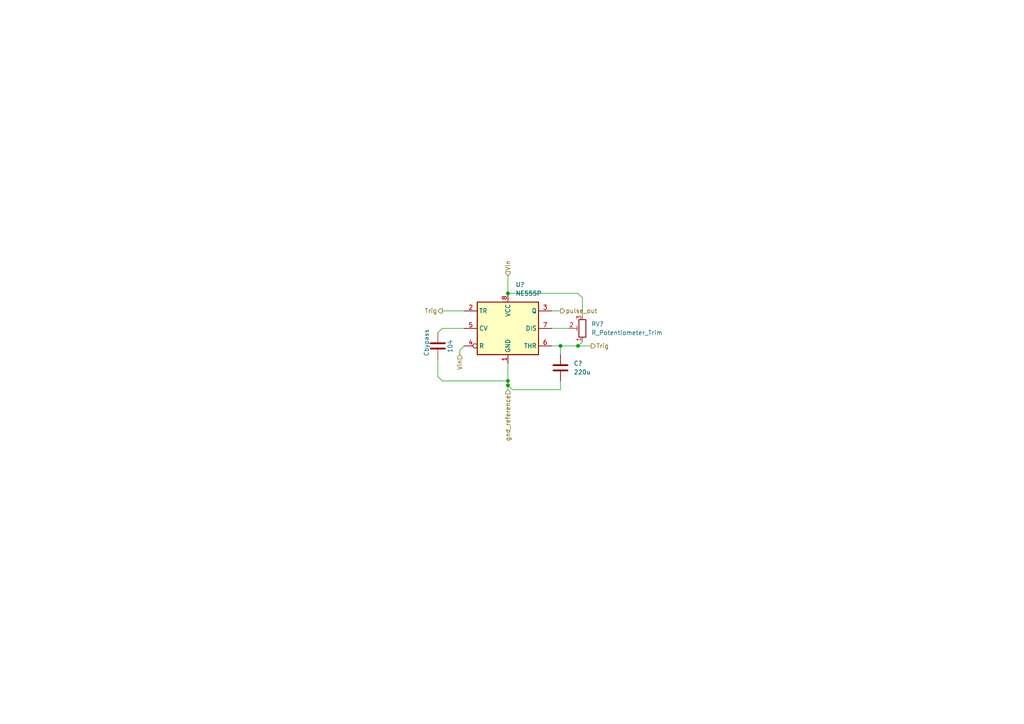
<source format=kicad_sch>
(kicad_sch (version 20231120) (generator "eeschema") (generator_version "8.0")
  (paper "A4")
  (lib_symbols
    (symbol "Device:C" (pin_numbers hide) (pin_names (offset 0.254))
      (property "Reference" "C" (at 0.635 2.54 0))
      (property "Value" "C" (at 0.635 -2.54 0))
      (symbol "C_0_1"
        (polyline (pts (xy -2.032 -0.762) (xy 2.032 -0.762)) (stroke (width 0.508)))
        (polyline (pts (xy -2.032 0.762) (xy 2.032 0.762)) (stroke (width 0.508)))
      )
      (symbol "C_1_1"
        (pin passive line (at 0 3.81 270) (length 2.794) (name "~") (number "1"))
        (pin passive line (at 0 -3.81 90) (length 2.794) (name "~") (number "2"))
      )
    )
    (symbol "Device:R_Potentiometer_Trim" (pin_names (offset 1.016) hide)
      (property "Reference" "RV" (at -4.445 0 90))
      (property "Value" "R_Potentiometer_Trim" (at -2.54 0 90))
      (symbol "R_Potentiometer_Trim_0_1"
        (polyline (pts (xy 1.524 0.762) (xy 1.524 -0.762)))
        (polyline (pts (xy 2.54 0) (xy 1.524 0)))
        (rectangle (start 1.016 2.54) (end -1.016 -2.54) (stroke (width 0.254)))
      )
      (symbol "R_Potentiometer_Trim_1_1"
        (pin passive line (at 0 3.81 270) (length 1.27) (name "1") (number "1"))
        (pin passive line (at 3.81 0 180) (length 1.27) (name "2") (number "2"))
        (pin passive line (at 0 -3.81 90) (length 1.27) (name "3") (number "3"))
      )
    )
    (symbol "Timer:NE555P"
      (property "Reference" "U" (at -10.16 8.89 0))
      (property "Value" "NE555P" (at 2.54 8.89 0))
      (symbol "NE555P_0_0"
        (pin power_in line (at 0 -10.16 90) (length 2.54) (name "GND") (number "1"))
        (pin power_in line (at 0 10.16 270) (length 2.54) (name "VCC") (number "8"))
      )
      (symbol "NE555P_0_1"
        (rectangle (start -8.89 -7.62) (end 8.89 7.62) (stroke (width 0.254)) (fill (type background)))
        (rectangle (start -8.89 -7.62) (end 8.89 7.62) (stroke (width 0.254)) (fill (type background)))
      )
      (symbol "NE555P_1_1"
        (pin input line (at -12.7 5.08 0) (length 3.81) (name "TR") (number "2"))
        (pin output line (at 12.7 5.08 180) (length 3.81) (name "Q") (number "3"))
        (pin input inverted (at -12.7 -5.08 0) (length 3.81) (name "R") (number "4"))
        (pin input line (at -12.7 0 0) (length 3.81) (name "CV") (number "5"))
        (pin input line (at 12.7 -5.08 180) (length 3.81) (name "THR") (number "6"))
        (pin input line (at 12.7 0 180) (length 3.81) (name "DIS") (number "7"))
      )
    )
  )
  (junction (at 147.32 110.49))
  (junction (at 162.56 100.33))
  (junction (at 147.32 111.76))
  (junction (at 147.32 85.09))
  (junction (at 167.64 100.33))
  (wire (pts (xy 168.91 86.36) (xy 167.64 85.09)))
  (wire (pts (xy 167.64 100.33) (xy 171.45 100.33)))
  (wire (pts (xy 127 109.22) (xy 128.27 110.49)))
  (wire (pts (xy 148.59 113.03) (xy 147.32 111.76)))
  (wire (pts (xy 128.27 95.25) (xy 134.62 95.25)))
  (wire (pts (xy 127 96.52) (xy 128.27 95.25)))
  (wire (pts (xy 162.56 100.33) (xy 162.56 102.87)))
  (wire (pts (xy 160.02 100.33) (xy 162.56 100.33)))
  (wire (pts (xy 133.35 101.6) (xy 134.62 100.33)))
  (wire (pts (xy 147.32 111.76) (xy 147.32 113.03)))
  (wire (pts (xy 128.27 110.49) (xy 147.32 110.49)))
  (wire (pts (xy 167.64 100.33) (xy 168.91 99.06)))
  (wire (pts (xy 168.91 86.36) (xy 168.91 91.44)))
  (wire (pts (xy 160.02 95.25) (xy 165.1 95.25)))
  (wire (pts (xy 148.59 113.03) (xy 162.56 113.03)))
  (wire (pts (xy 127 104.14) (xy 127 109.22)))
  (wire (pts (xy 133.35 101.6) (xy 133.35 102.87)))
  (wire (pts (xy 147.32 85.09) (xy 167.64 85.09)))
  (wire (pts (xy 162.56 110.49) (xy 162.56 113.03)))
  (wire (pts (xy 147.32 105.41) (xy 147.32 110.49)))
  (wire (pts (xy 147.32 110.49) (xy 147.32 111.76)))
  (wire (pts (xy 128.27 90.17) (xy 134.62 90.17)))
  (wire (pts (xy 160.02 90.17) (xy 162.56 90.17)))
  (wire (pts (xy 147.32 80.01) (xy 147.32 85.09)))
  (wire (pts (xy 162.56 100.33) (xy 167.64 100.33)))
  (hierarchical_label "Trig" (shape output) (at 171.45 100.33 0))
  (hierarchical_label "pulse_out" (shape output) (at 162.56 90.17 0))
  (hierarchical_label "Trig" (shape output) (at 128.27 90.17 180))
  (hierarchical_label "gnd_reference" (shape input) (at 147.32 113.03 270))
  (hierarchical_label "Vin" (shape input) (at 133.35 102.87 270))
  (hierarchical_label "Vin" (shape input) (at 147.32 80.01 90))
  (symbol (lib_id "Device:R_Potentiometer_Trim") (at 168.91 95.25 180) (unit 1)
    (property "Reference" "RV?" (at 171.45 93.9799 0) (effects (justify right)))
    (property "Value" "R_Potentiometer_Trim" (at 171.45 96.5199 0) (effects (justify right)))
    (property "Description" "Trim-potentiometer" (effects (hide yes)))
  )
  (symbol (lib_id "Device:C") (at 162.56 106.68 0) (unit 1)
    (property "Reference" "C?" (at 166.37 105.4099 0) (effects (justify left)))
    (property "Value" "220u" (at 166.37 107.9499 0) (effects (justify left)))
    (property "Description" "Unpolarized capacitor" (effects (hide yes)))
  )
  (symbol (lib_id "Timer:NE555P") (at 147.32 95.25 0) (unit 1)
    (property "Reference" "U?" (at 149.5141 82.55 0) (effects (justify left)))
    (property "Value" "NE555P" (at 149.5141 85.09 0) (effects (justify left)))
    (property "Footprint" "Package_DIP:DIP-8_W7.62mm" (effects (hide yes)))
    (property "Datasheet" "http://www.ti.com/lit/ds/symlink/ne555.pdf" (effects (hide yes)))
    (property "Description" "Precision Timers, 555 compatible,  PDIP-8" (effects (hide yes)))
  )
  (symbol (lib_id "Device:C") (at 127 100.33 0) (unit 1)
    (property "Reference" "Cbypass" (at 123.698 103.378 90) (effects (justify left)))
    (property "Value" "104" (at 130.556 102.362 90) (effects (justify left)))
    (property "Description" "Unpolarized capacitor" (effects (hide yes)))
  )
)
</source>
